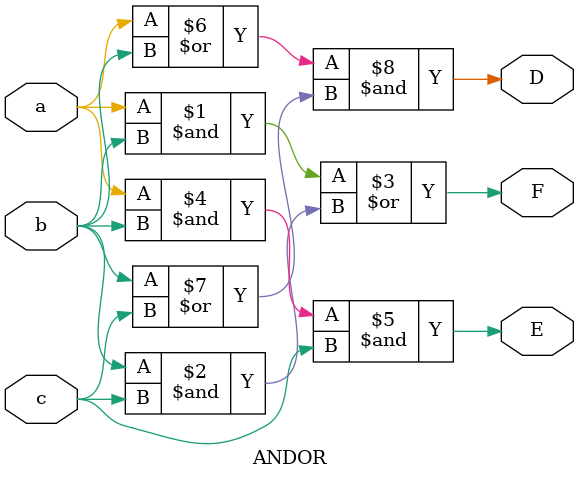
<source format=v>
module ANDOR (a, b, c, F, E, D);
	input a, b, c;
	output F, E, D;
  assign F = (a & b) | (b & c);
  assign E = a & b & c;
  assign D = (a | b) & ( b | c);
endmodule
// end of Verilog code


</source>
